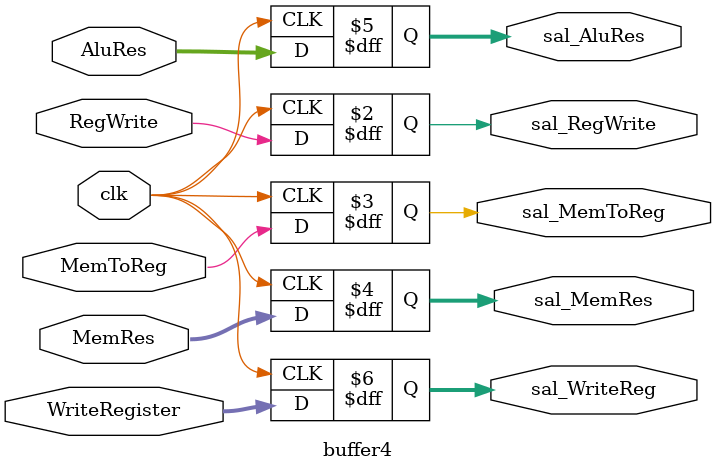
<source format=v>
module buffer4 (
	input clk,
	input RegWrite,
	input MemToReg,
	input [31:0] MemRes,
	input [31:0] AluRes,
	input [4:0]WriteRegister,

	output reg sal_RegWrite,
	output reg sal_MemToReg,
	output reg[31:0] sal_MemRes,
	output reg[31:0]  sal_AluRes,
	output reg[4:0] sal_WriteReg

);

always @(posedge clk)
begin
	sal_RegWrite <= RegWrite;	
	sal_MemToReg <= MemToReg;
	sal_MemRes <= MemRes;
	sal_AluRes <= AluRes;
	sal_WriteReg <= WriteRegister;
end

endmodule 
</source>
